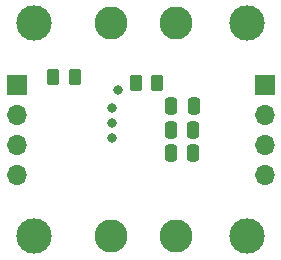
<source format=gbs>
%TF.GenerationSoftware,KiCad,Pcbnew,7.0.6*%
%TF.CreationDate,2023-11-15T12:58:54-06:00*%
%TF.ProjectId,TorqueSensorAmpifierPCB,546f7271-7565-4536-956e-736f72416d70,rev?*%
%TF.SameCoordinates,Original*%
%TF.FileFunction,Soldermask,Bot*%
%TF.FilePolarity,Negative*%
%FSLAX46Y46*%
G04 Gerber Fmt 4.6, Leading zero omitted, Abs format (unit mm)*
G04 Created by KiCad (PCBNEW 7.0.6) date 2023-11-15 12:58:54*
%MOMM*%
%LPD*%
G01*
G04 APERTURE LIST*
G04 Aperture macros list*
%AMRoundRect*
0 Rectangle with rounded corners*
0 $1 Rounding radius*
0 $2 $3 $4 $5 $6 $7 $8 $9 X,Y pos of 4 corners*
0 Add a 4 corners polygon primitive as box body*
4,1,4,$2,$3,$4,$5,$6,$7,$8,$9,$2,$3,0*
0 Add four circle primitives for the rounded corners*
1,1,$1+$1,$2,$3*
1,1,$1+$1,$4,$5*
1,1,$1+$1,$6,$7*
1,1,$1+$1,$8,$9*
0 Add four rect primitives between the rounded corners*
20,1,$1+$1,$2,$3,$4,$5,0*
20,1,$1+$1,$4,$5,$6,$7,0*
20,1,$1+$1,$6,$7,$8,$9,0*
20,1,$1+$1,$8,$9,$2,$3,0*%
G04 Aperture macros list end*
%ADD10C,3.000000*%
%ADD11C,2.800000*%
%ADD12R,1.700000X1.700000*%
%ADD13O,1.700000X1.700000*%
%ADD14RoundRect,0.250000X-0.250000X-0.475000X0.250000X-0.475000X0.250000X0.475000X-0.250000X0.475000X0*%
%ADD15RoundRect,0.250000X-0.262500X-0.450000X0.262500X-0.450000X0.262500X0.450000X-0.262500X0.450000X0*%
%ADD16C,0.800000*%
G04 APERTURE END LIST*
D10*
%TO.C,H3*%
X79000000Y-91500000D03*
%TD*%
D11*
%TO.C,TP1*%
X73000000Y-91500000D03*
%TD*%
D10*
%TO.C,H2*%
X61000000Y-109500000D03*
%TD*%
D12*
%TO.C,J2*%
X80500000Y-96700000D03*
D13*
X80500000Y-99240000D03*
X80500000Y-101780000D03*
X80500000Y-104320000D03*
%TD*%
D11*
%TO.C,TP4*%
X73000000Y-109500000D03*
%TD*%
%TO.C,TP2*%
X67500000Y-91500000D03*
%TD*%
%TO.C,TP3*%
X67500000Y-109500000D03*
%TD*%
D12*
%TO.C,J1*%
X59500000Y-96700000D03*
D13*
X59500000Y-99240000D03*
X59500000Y-101780000D03*
X59500000Y-104320000D03*
%TD*%
D10*
%TO.C,H1*%
X61000000Y-91500000D03*
%TD*%
%TO.C,H4*%
X79000000Y-109500000D03*
%TD*%
D14*
%TO.C,C2*%
X72600000Y-98500000D03*
X74500000Y-98500000D03*
%TD*%
D15*
%TO.C,R2*%
X69587500Y-96500000D03*
X71412500Y-96500000D03*
%TD*%
D14*
%TO.C,C3*%
X72550000Y-102500000D03*
X74450000Y-102500000D03*
%TD*%
D15*
%TO.C,R1*%
X62587500Y-96000000D03*
X64412500Y-96000000D03*
%TD*%
D14*
%TO.C,C1*%
X72550000Y-100500000D03*
X74450000Y-100500000D03*
%TD*%
D16*
X72550000Y-100376498D03*
X72600000Y-98500000D03*
X72500000Y-102500000D03*
X74450000Y-102500000D03*
X64412500Y-96000000D03*
X67550000Y-98690000D03*
X67550000Y-99960000D03*
X67550000Y-101230000D03*
X68107701Y-97107701D03*
M02*

</source>
